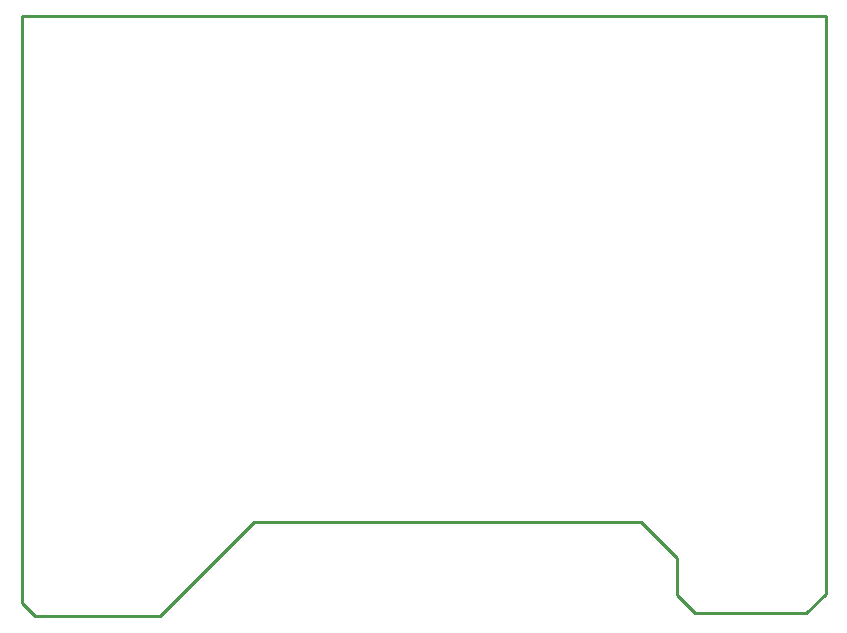
<source format=gko>
G04 Layer_Color=16711935*
%FSLAX25Y25*%
%MOIN*%
G70*
G01*
G75*
%ADD10C,0.01000*%
D10*
X205500Y127000D02*
Y322500D01*
Y127000D02*
X210000Y122500D01*
X251500D01*
X283000Y154000D01*
X412000D01*
X424000Y142000D01*
Y129500D02*
Y142000D01*
Y129500D02*
X430000Y123500D01*
X467000D01*
X473500Y130000D01*
Y322500D01*
X205500D02*
X473500D01*
M02*

</source>
